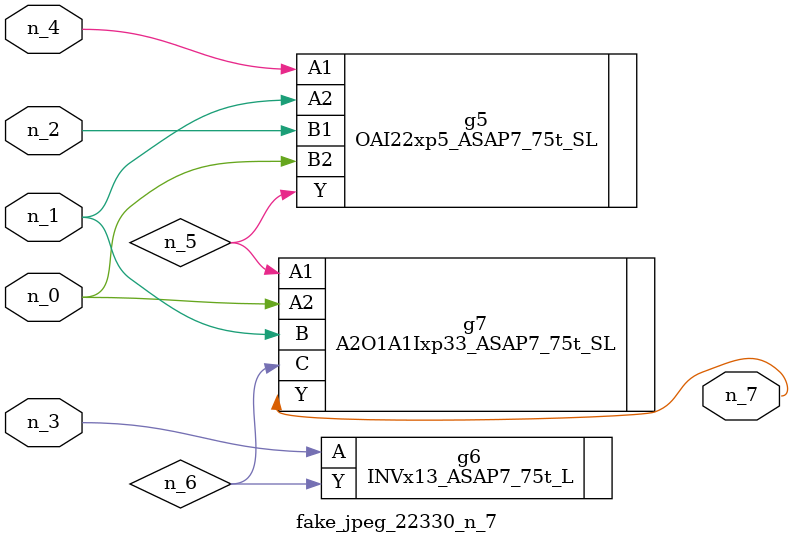
<source format=v>
module fake_jpeg_22330_n_7 (n_3, n_2, n_1, n_0, n_4, n_7);

input n_3;
input n_2;
input n_1;
input n_0;
input n_4;

output n_7;

wire n_6;
wire n_5;

OAI22xp5_ASAP7_75t_SL g5 ( 
.A1(n_4),
.A2(n_1),
.B1(n_2),
.B2(n_0),
.Y(n_5)
);

INVx13_ASAP7_75t_L g6 ( 
.A(n_3),
.Y(n_6)
);

A2O1A1Ixp33_ASAP7_75t_SL g7 ( 
.A1(n_5),
.A2(n_0),
.B(n_1),
.C(n_6),
.Y(n_7)
);


endmodule
</source>
